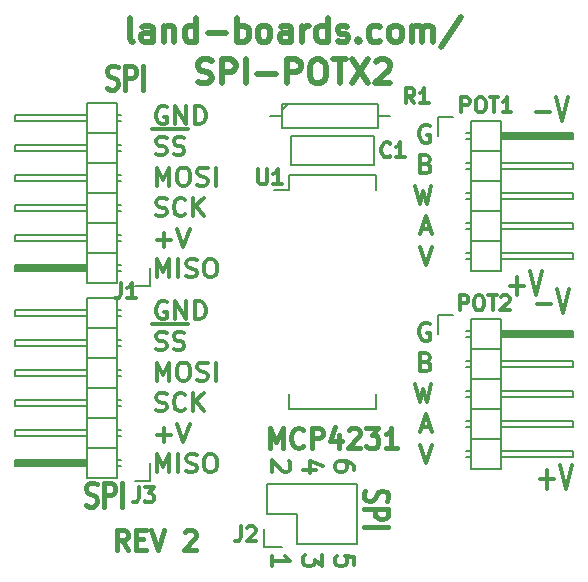
<source format=gto>
%TF.GenerationSoftware,KiCad,Pcbnew,(5.1.10)-1*%
%TF.CreationDate,2022-04-05T12:13:59-04:00*%
%TF.ProjectId,SPI-POTX2,5350492d-504f-4545-9832-2e6b69636164,rev?*%
%TF.SameCoordinates,Original*%
%TF.FileFunction,Legend,Top*%
%TF.FilePolarity,Positive*%
%FSLAX46Y46*%
G04 Gerber Fmt 4.6, Leading zero omitted, Abs format (unit mm)*
G04 Created by KiCad (PCBNEW (5.1.10)-1) date 2022-04-05 12:13:59*
%MOMM*%
%LPD*%
G01*
G04 APERTURE LIST*
%ADD10C,0.304800*%
%ADD11C,0.412750*%
%ADD12C,0.381000*%
%ADD13C,0.476250*%
%ADD14C,0.150000*%
G04 APERTURE END LIST*
D10*
X36380903Y-10820400D02*
X36229713Y-10747828D01*
X36002927Y-10747828D01*
X35776141Y-10820400D01*
X35624951Y-10965542D01*
X35549356Y-11110685D01*
X35473760Y-11400971D01*
X35473760Y-11618685D01*
X35549356Y-11908971D01*
X35624951Y-12054114D01*
X35776141Y-12199257D01*
X36002927Y-12271828D01*
X36154118Y-12271828D01*
X36380903Y-12199257D01*
X36456499Y-12126685D01*
X36456499Y-11618685D01*
X36154118Y-11618685D01*
X36078522Y-14064342D02*
X36305308Y-14136914D01*
X36380903Y-14209485D01*
X36456499Y-14354628D01*
X36456499Y-14572342D01*
X36380903Y-14717485D01*
X36305308Y-14790057D01*
X36154118Y-14862628D01*
X35549356Y-14862628D01*
X35549356Y-13338628D01*
X36078522Y-13338628D01*
X36229713Y-13411200D01*
X36305308Y-13483771D01*
X36380903Y-13628914D01*
X36380903Y-13774057D01*
X36305308Y-13919200D01*
X36229713Y-13991771D01*
X36078522Y-14064342D01*
X35549356Y-14064342D01*
X35171380Y-15929428D02*
X35549356Y-17453428D01*
X35851737Y-16364857D01*
X36154118Y-17453428D01*
X36532094Y-15929428D01*
X35700546Y-19608800D02*
X36456499Y-19608800D01*
X35549356Y-20044228D02*
X36078522Y-18520228D01*
X36607689Y-20044228D01*
X35549356Y-21111028D02*
X36078522Y-22635028D01*
X36607689Y-21111028D01*
D11*
X10849428Y-46720880D02*
X10299095Y-45934690D01*
X9906000Y-46720880D02*
X9906000Y-45069880D01*
X10534952Y-45069880D01*
X10692190Y-45148500D01*
X10770809Y-45227119D01*
X10849428Y-45384357D01*
X10849428Y-45620214D01*
X10770809Y-45777452D01*
X10692190Y-45856071D01*
X10534952Y-45934690D01*
X9906000Y-45934690D01*
X11557000Y-45856071D02*
X12107333Y-45856071D01*
X12343190Y-46720880D02*
X11557000Y-46720880D01*
X11557000Y-45069880D01*
X12343190Y-45069880D01*
X12814904Y-45069880D02*
X13365238Y-46720880D01*
X13915571Y-45069880D01*
X15645190Y-45227119D02*
X15723809Y-45148500D01*
X15881047Y-45069880D01*
X16274142Y-45069880D01*
X16431380Y-45148500D01*
X16509999Y-45227119D01*
X16588619Y-45384357D01*
X16588619Y-45541595D01*
X16509999Y-45777452D01*
X15566571Y-46720880D01*
X16588619Y-46720880D01*
D10*
X36380903Y-27584400D02*
X36229713Y-27511828D01*
X36002927Y-27511828D01*
X35776141Y-27584400D01*
X35624951Y-27729542D01*
X35549356Y-27874685D01*
X35473760Y-28164971D01*
X35473760Y-28382685D01*
X35549356Y-28672971D01*
X35624951Y-28818114D01*
X35776141Y-28963257D01*
X36002927Y-29035828D01*
X36154118Y-29035828D01*
X36380903Y-28963257D01*
X36456499Y-28890685D01*
X36456499Y-28382685D01*
X36154118Y-28382685D01*
X36078522Y-30828342D02*
X36305308Y-30900914D01*
X36380903Y-30973485D01*
X36456499Y-31118628D01*
X36456499Y-31336342D01*
X36380903Y-31481485D01*
X36305308Y-31554057D01*
X36154118Y-31626628D01*
X35549356Y-31626628D01*
X35549356Y-30102628D01*
X36078522Y-30102628D01*
X36229713Y-30175200D01*
X36305308Y-30247771D01*
X36380903Y-30392914D01*
X36380903Y-30538057D01*
X36305308Y-30683200D01*
X36229713Y-30755771D01*
X36078522Y-30828342D01*
X35549356Y-30828342D01*
X35171380Y-32693428D02*
X35549356Y-34217428D01*
X35851737Y-33128857D01*
X36154118Y-34217428D01*
X36532094Y-32693428D01*
X35700546Y-36372800D02*
X36456499Y-36372800D01*
X35549356Y-36808228D02*
X36078522Y-35284228D01*
X36607689Y-36808228D01*
X35549356Y-37875028D02*
X36078522Y-39399028D01*
X36607689Y-37875028D01*
X45756285Y-40785142D02*
X46917428Y-40785142D01*
X46336857Y-41559238D02*
X46336857Y-40011047D01*
X47425428Y-39527238D02*
X47933428Y-41559238D01*
X48441428Y-39527238D01*
X45375285Y-9670142D02*
X46536428Y-9670142D01*
X47044428Y-8412238D02*
X47552428Y-10444238D01*
X48060428Y-8412238D01*
X45502285Y-25926142D02*
X46663428Y-25926142D01*
X47171428Y-24668238D02*
X47679428Y-26700238D01*
X48187428Y-24668238D01*
X43216285Y-24402142D02*
X44377428Y-24402142D01*
X43796857Y-25176238D02*
X43796857Y-23628047D01*
X44885428Y-23144238D02*
X45393428Y-25176238D01*
X45901428Y-23144238D01*
X14107643Y-25781000D02*
X13956453Y-25708428D01*
X13729667Y-25708428D01*
X13502881Y-25781000D01*
X13351691Y-25926142D01*
X13276096Y-26071285D01*
X13200500Y-26361571D01*
X13200500Y-26579285D01*
X13276096Y-26869571D01*
X13351691Y-27014714D01*
X13502881Y-27159857D01*
X13729667Y-27232428D01*
X13880858Y-27232428D01*
X14107643Y-27159857D01*
X14183239Y-27087285D01*
X14183239Y-26579285D01*
X13880858Y-26579285D01*
X14863596Y-27232428D02*
X14863596Y-25708428D01*
X15770739Y-27232428D01*
X15770739Y-25708428D01*
X16526691Y-27232428D02*
X16526691Y-25708428D01*
X16904667Y-25708428D01*
X17131453Y-25781000D01*
X17282643Y-25926142D01*
X17358239Y-26071285D01*
X17433834Y-26361571D01*
X17433834Y-26579285D01*
X17358239Y-26869571D01*
X17282643Y-27014714D01*
X17131453Y-27159857D01*
X16904667Y-27232428D01*
X16526691Y-27232428D01*
X12898120Y-27640280D02*
X14410024Y-27640280D01*
X13200500Y-29750657D02*
X13427286Y-29823228D01*
X13805262Y-29823228D01*
X13956453Y-29750657D01*
X14032048Y-29678085D01*
X14107643Y-29532942D01*
X14107643Y-29387800D01*
X14032048Y-29242657D01*
X13956453Y-29170085D01*
X13805262Y-29097514D01*
X13502881Y-29024942D01*
X13351691Y-28952371D01*
X13276096Y-28879800D01*
X13200500Y-28734657D01*
X13200500Y-28589514D01*
X13276096Y-28444371D01*
X13351691Y-28371800D01*
X13502881Y-28299228D01*
X13880858Y-28299228D01*
X14107643Y-28371800D01*
X14410024Y-27640280D02*
X15921929Y-27640280D01*
X14712405Y-29750657D02*
X14939191Y-29823228D01*
X15317167Y-29823228D01*
X15468358Y-29750657D01*
X15543953Y-29678085D01*
X15619548Y-29532942D01*
X15619548Y-29387800D01*
X15543953Y-29242657D01*
X15468358Y-29170085D01*
X15317167Y-29097514D01*
X15014786Y-29024942D01*
X14863596Y-28952371D01*
X14788000Y-28879800D01*
X14712405Y-28734657D01*
X14712405Y-28589514D01*
X14788000Y-28444371D01*
X14863596Y-28371800D01*
X15014786Y-28299228D01*
X15392762Y-28299228D01*
X15619548Y-28371800D01*
X13276096Y-32414028D02*
X13276096Y-30890028D01*
X13805262Y-31978600D01*
X14334429Y-30890028D01*
X14334429Y-32414028D01*
X15392762Y-30890028D02*
X15695143Y-30890028D01*
X15846334Y-30962600D01*
X15997524Y-31107742D01*
X16073120Y-31398028D01*
X16073120Y-31906028D01*
X15997524Y-32196314D01*
X15846334Y-32341457D01*
X15695143Y-32414028D01*
X15392762Y-32414028D01*
X15241572Y-32341457D01*
X15090381Y-32196314D01*
X15014786Y-31906028D01*
X15014786Y-31398028D01*
X15090381Y-31107742D01*
X15241572Y-30962600D01*
X15392762Y-30890028D01*
X16677881Y-32341457D02*
X16904667Y-32414028D01*
X17282643Y-32414028D01*
X17433834Y-32341457D01*
X17509429Y-32268885D01*
X17585024Y-32123742D01*
X17585024Y-31978600D01*
X17509429Y-31833457D01*
X17433834Y-31760885D01*
X17282643Y-31688314D01*
X16980262Y-31615742D01*
X16829072Y-31543171D01*
X16753477Y-31470600D01*
X16677881Y-31325457D01*
X16677881Y-31180314D01*
X16753477Y-31035171D01*
X16829072Y-30962600D01*
X16980262Y-30890028D01*
X17358239Y-30890028D01*
X17585024Y-30962600D01*
X18265381Y-32414028D02*
X18265381Y-30890028D01*
X13200500Y-34932257D02*
X13427286Y-35004828D01*
X13805262Y-35004828D01*
X13956453Y-34932257D01*
X14032048Y-34859685D01*
X14107643Y-34714542D01*
X14107643Y-34569400D01*
X14032048Y-34424257D01*
X13956453Y-34351685D01*
X13805262Y-34279114D01*
X13502881Y-34206542D01*
X13351691Y-34133971D01*
X13276096Y-34061400D01*
X13200500Y-33916257D01*
X13200500Y-33771114D01*
X13276096Y-33625971D01*
X13351691Y-33553400D01*
X13502881Y-33480828D01*
X13880858Y-33480828D01*
X14107643Y-33553400D01*
X15695143Y-34859685D02*
X15619548Y-34932257D01*
X15392762Y-35004828D01*
X15241572Y-35004828D01*
X15014786Y-34932257D01*
X14863596Y-34787114D01*
X14788000Y-34641971D01*
X14712405Y-34351685D01*
X14712405Y-34133971D01*
X14788000Y-33843685D01*
X14863596Y-33698542D01*
X15014786Y-33553400D01*
X15241572Y-33480828D01*
X15392762Y-33480828D01*
X15619548Y-33553400D01*
X15695143Y-33625971D01*
X16375500Y-35004828D02*
X16375500Y-33480828D01*
X17282643Y-35004828D02*
X16602286Y-34133971D01*
X17282643Y-33480828D02*
X16375500Y-34351685D01*
X13276096Y-37015057D02*
X14485620Y-37015057D01*
X13880858Y-37595628D02*
X13880858Y-36434485D01*
X15014786Y-36071628D02*
X15543953Y-37595628D01*
X16073120Y-36071628D01*
X13276096Y-40186428D02*
X13276096Y-38662428D01*
X13805262Y-39751000D01*
X14334429Y-38662428D01*
X14334429Y-40186428D01*
X15090381Y-40186428D02*
X15090381Y-38662428D01*
X15770739Y-40113857D02*
X15997524Y-40186428D01*
X16375500Y-40186428D01*
X16526691Y-40113857D01*
X16602286Y-40041285D01*
X16677881Y-39896142D01*
X16677881Y-39751000D01*
X16602286Y-39605857D01*
X16526691Y-39533285D01*
X16375500Y-39460714D01*
X16073120Y-39388142D01*
X15921929Y-39315571D01*
X15846334Y-39243000D01*
X15770739Y-39097857D01*
X15770739Y-38952714D01*
X15846334Y-38807571D01*
X15921929Y-38735000D01*
X16073120Y-38662428D01*
X16451096Y-38662428D01*
X16677881Y-38735000D01*
X17660620Y-38662428D02*
X17963000Y-38662428D01*
X18114191Y-38735000D01*
X18265381Y-38880142D01*
X18340977Y-39170428D01*
X18340977Y-39678428D01*
X18265381Y-39968714D01*
X18114191Y-40113857D01*
X17963000Y-40186428D01*
X17660620Y-40186428D01*
X17509429Y-40113857D01*
X17358239Y-39968714D01*
X17282643Y-39678428D01*
X17282643Y-39170428D01*
X17358239Y-38880142D01*
X17509429Y-38735000D01*
X17660620Y-38662428D01*
D12*
X7329714Y-42986476D02*
X7547428Y-43083238D01*
X7910285Y-43083238D01*
X8055428Y-42986476D01*
X8128000Y-42889714D01*
X8200571Y-42696190D01*
X8200571Y-42502666D01*
X8128000Y-42309142D01*
X8055428Y-42212380D01*
X7910285Y-42115619D01*
X7620000Y-42018857D01*
X7474857Y-41922095D01*
X7402285Y-41825333D01*
X7329714Y-41631809D01*
X7329714Y-41438285D01*
X7402285Y-41244761D01*
X7474857Y-41148000D01*
X7620000Y-41051238D01*
X7982857Y-41051238D01*
X8200571Y-41148000D01*
X8853714Y-43083238D02*
X8853714Y-41051238D01*
X9434285Y-41051238D01*
X9579428Y-41148000D01*
X9652000Y-41244761D01*
X9724571Y-41438285D01*
X9724571Y-41728571D01*
X9652000Y-41922095D01*
X9579428Y-42018857D01*
X9434285Y-42115619D01*
X8853714Y-42115619D01*
X10377714Y-43083238D02*
X10377714Y-41051238D01*
X30927523Y-41746714D02*
X30830761Y-41964428D01*
X30830761Y-42327285D01*
X30927523Y-42472428D01*
X31024285Y-42545000D01*
X31217809Y-42617571D01*
X31411333Y-42617571D01*
X31604857Y-42545000D01*
X31701619Y-42472428D01*
X31798380Y-42327285D01*
X31895142Y-42037000D01*
X31991904Y-41891857D01*
X32088666Y-41819285D01*
X32282190Y-41746714D01*
X32475714Y-41746714D01*
X32669238Y-41819285D01*
X32766000Y-41891857D01*
X32862761Y-42037000D01*
X32862761Y-42399857D01*
X32766000Y-42617571D01*
X30830761Y-43270714D02*
X32862761Y-43270714D01*
X32862761Y-43851285D01*
X32766000Y-43996428D01*
X32669238Y-44069000D01*
X32475714Y-44141571D01*
X32185428Y-44141571D01*
X31991904Y-44069000D01*
X31895142Y-43996428D01*
X31798380Y-43851285D01*
X31798380Y-43270714D01*
X30830761Y-44794714D02*
X32862761Y-44794714D01*
D10*
X29971395Y-39988308D02*
X29971395Y-39685927D01*
X29895800Y-39534737D01*
X29820204Y-39459141D01*
X29593419Y-39307951D01*
X29291038Y-39232356D01*
X28686276Y-39232356D01*
X28535085Y-39307951D01*
X28459490Y-39383546D01*
X28383895Y-39534737D01*
X28383895Y-39837118D01*
X28459490Y-39988308D01*
X28535085Y-40063903D01*
X28686276Y-40139499D01*
X29064252Y-40139499D01*
X29215442Y-40063903D01*
X29291038Y-39988308D01*
X29366633Y-39837118D01*
X29366633Y-39534737D01*
X29291038Y-39383546D01*
X29215442Y-39307951D01*
X29064252Y-39232356D01*
X26756178Y-39988308D02*
X25697845Y-39988308D01*
X27360940Y-39610332D02*
X26227011Y-39232356D01*
X26227011Y-40215094D01*
X24448104Y-39232356D02*
X24523700Y-39307951D01*
X24599295Y-39459141D01*
X24599295Y-39837118D01*
X24523700Y-39988308D01*
X24448104Y-40063903D01*
X24296914Y-40139499D01*
X24145723Y-40139499D01*
X23918938Y-40063903D01*
X23011795Y-39156760D01*
X23011795Y-40139499D01*
X29971395Y-48068048D02*
X29971395Y-47312096D01*
X29215442Y-47236500D01*
X29291038Y-47312096D01*
X29366633Y-47463286D01*
X29366633Y-47841262D01*
X29291038Y-47992453D01*
X29215442Y-48068048D01*
X29064252Y-48143643D01*
X28686276Y-48143643D01*
X28535085Y-48068048D01*
X28459490Y-47992453D01*
X28383895Y-47841262D01*
X28383895Y-47463286D01*
X28459490Y-47312096D01*
X28535085Y-47236500D01*
X27285345Y-47160905D02*
X27285345Y-48143643D01*
X26680583Y-47614477D01*
X26680583Y-47841262D01*
X26604988Y-47992453D01*
X26529392Y-48068048D01*
X26378202Y-48143643D01*
X26000226Y-48143643D01*
X25849035Y-48068048D01*
X25773440Y-47992453D01*
X25697845Y-47841262D01*
X25697845Y-47387691D01*
X25773440Y-47236500D01*
X25849035Y-47160905D01*
X23011795Y-48143643D02*
X23011795Y-47236500D01*
X23011795Y-47690072D02*
X24599295Y-47690072D01*
X24372509Y-47538881D01*
X24221319Y-47387691D01*
X24145723Y-47236500D01*
X14107643Y-9271000D02*
X13956453Y-9198428D01*
X13729667Y-9198428D01*
X13502881Y-9271000D01*
X13351691Y-9416142D01*
X13276096Y-9561285D01*
X13200500Y-9851571D01*
X13200500Y-10069285D01*
X13276096Y-10359571D01*
X13351691Y-10504714D01*
X13502881Y-10649857D01*
X13729667Y-10722428D01*
X13880858Y-10722428D01*
X14107643Y-10649857D01*
X14183239Y-10577285D01*
X14183239Y-10069285D01*
X13880858Y-10069285D01*
X14863596Y-10722428D02*
X14863596Y-9198428D01*
X15770739Y-10722428D01*
X15770739Y-9198428D01*
X16526691Y-10722428D02*
X16526691Y-9198428D01*
X16904667Y-9198428D01*
X17131453Y-9271000D01*
X17282643Y-9416142D01*
X17358239Y-9561285D01*
X17433834Y-9851571D01*
X17433834Y-10069285D01*
X17358239Y-10359571D01*
X17282643Y-10504714D01*
X17131453Y-10649857D01*
X16904667Y-10722428D01*
X16526691Y-10722428D01*
X12898120Y-11130280D02*
X14410024Y-11130280D01*
X13200500Y-13240657D02*
X13427286Y-13313228D01*
X13805262Y-13313228D01*
X13956453Y-13240657D01*
X14032048Y-13168085D01*
X14107643Y-13022942D01*
X14107643Y-12877800D01*
X14032048Y-12732657D01*
X13956453Y-12660085D01*
X13805262Y-12587514D01*
X13502881Y-12514942D01*
X13351691Y-12442371D01*
X13276096Y-12369800D01*
X13200500Y-12224657D01*
X13200500Y-12079514D01*
X13276096Y-11934371D01*
X13351691Y-11861800D01*
X13502881Y-11789228D01*
X13880858Y-11789228D01*
X14107643Y-11861800D01*
X14410024Y-11130280D02*
X15921929Y-11130280D01*
X14712405Y-13240657D02*
X14939191Y-13313228D01*
X15317167Y-13313228D01*
X15468358Y-13240657D01*
X15543953Y-13168085D01*
X15619548Y-13022942D01*
X15619548Y-12877800D01*
X15543953Y-12732657D01*
X15468358Y-12660085D01*
X15317167Y-12587514D01*
X15014786Y-12514942D01*
X14863596Y-12442371D01*
X14788000Y-12369800D01*
X14712405Y-12224657D01*
X14712405Y-12079514D01*
X14788000Y-11934371D01*
X14863596Y-11861800D01*
X15014786Y-11789228D01*
X15392762Y-11789228D01*
X15619548Y-11861800D01*
X13276096Y-15904028D02*
X13276096Y-14380028D01*
X13805262Y-15468600D01*
X14334429Y-14380028D01*
X14334429Y-15904028D01*
X15392762Y-14380028D02*
X15695143Y-14380028D01*
X15846334Y-14452600D01*
X15997524Y-14597742D01*
X16073120Y-14888028D01*
X16073120Y-15396028D01*
X15997524Y-15686314D01*
X15846334Y-15831457D01*
X15695143Y-15904028D01*
X15392762Y-15904028D01*
X15241572Y-15831457D01*
X15090381Y-15686314D01*
X15014786Y-15396028D01*
X15014786Y-14888028D01*
X15090381Y-14597742D01*
X15241572Y-14452600D01*
X15392762Y-14380028D01*
X16677881Y-15831457D02*
X16904667Y-15904028D01*
X17282643Y-15904028D01*
X17433834Y-15831457D01*
X17509429Y-15758885D01*
X17585024Y-15613742D01*
X17585024Y-15468600D01*
X17509429Y-15323457D01*
X17433834Y-15250885D01*
X17282643Y-15178314D01*
X16980262Y-15105742D01*
X16829072Y-15033171D01*
X16753477Y-14960600D01*
X16677881Y-14815457D01*
X16677881Y-14670314D01*
X16753477Y-14525171D01*
X16829072Y-14452600D01*
X16980262Y-14380028D01*
X17358239Y-14380028D01*
X17585024Y-14452600D01*
X18265381Y-15904028D02*
X18265381Y-14380028D01*
X13200500Y-18422257D02*
X13427286Y-18494828D01*
X13805262Y-18494828D01*
X13956453Y-18422257D01*
X14032048Y-18349685D01*
X14107643Y-18204542D01*
X14107643Y-18059400D01*
X14032048Y-17914257D01*
X13956453Y-17841685D01*
X13805262Y-17769114D01*
X13502881Y-17696542D01*
X13351691Y-17623971D01*
X13276096Y-17551400D01*
X13200500Y-17406257D01*
X13200500Y-17261114D01*
X13276096Y-17115971D01*
X13351691Y-17043400D01*
X13502881Y-16970828D01*
X13880858Y-16970828D01*
X14107643Y-17043400D01*
X15695143Y-18349685D02*
X15619548Y-18422257D01*
X15392762Y-18494828D01*
X15241572Y-18494828D01*
X15014786Y-18422257D01*
X14863596Y-18277114D01*
X14788000Y-18131971D01*
X14712405Y-17841685D01*
X14712405Y-17623971D01*
X14788000Y-17333685D01*
X14863596Y-17188542D01*
X15014786Y-17043400D01*
X15241572Y-16970828D01*
X15392762Y-16970828D01*
X15619548Y-17043400D01*
X15695143Y-17115971D01*
X16375500Y-18494828D02*
X16375500Y-16970828D01*
X17282643Y-18494828D02*
X16602286Y-17623971D01*
X17282643Y-16970828D02*
X16375500Y-17841685D01*
X13276096Y-20505057D02*
X14485620Y-20505057D01*
X13880858Y-21085628D02*
X13880858Y-19924485D01*
X15014786Y-19561628D02*
X15543953Y-21085628D01*
X16073120Y-19561628D01*
X13276096Y-23676428D02*
X13276096Y-22152428D01*
X13805262Y-23241000D01*
X14334429Y-22152428D01*
X14334429Y-23676428D01*
X15090381Y-23676428D02*
X15090381Y-22152428D01*
X15770739Y-23603857D02*
X15997524Y-23676428D01*
X16375500Y-23676428D01*
X16526691Y-23603857D01*
X16602286Y-23531285D01*
X16677881Y-23386142D01*
X16677881Y-23241000D01*
X16602286Y-23095857D01*
X16526691Y-23023285D01*
X16375500Y-22950714D01*
X16073120Y-22878142D01*
X15921929Y-22805571D01*
X15846334Y-22733000D01*
X15770739Y-22587857D01*
X15770739Y-22442714D01*
X15846334Y-22297571D01*
X15921929Y-22225000D01*
X16073120Y-22152428D01*
X16451096Y-22152428D01*
X16677881Y-22225000D01*
X17660620Y-22152428D02*
X17963000Y-22152428D01*
X18114191Y-22225000D01*
X18265381Y-22370142D01*
X18340977Y-22660428D01*
X18340977Y-23168428D01*
X18265381Y-23458714D01*
X18114191Y-23603857D01*
X17963000Y-23676428D01*
X17660620Y-23676428D01*
X17509429Y-23603857D01*
X17358239Y-23458714D01*
X17282643Y-23168428D01*
X17282643Y-22660428D01*
X17358239Y-22370142D01*
X17509429Y-22225000D01*
X17660620Y-22152428D01*
D13*
X11296952Y-3729113D02*
X11103428Y-3632351D01*
X11006666Y-3438827D01*
X11006666Y-1697113D01*
X12941904Y-3729113D02*
X12941904Y-2664732D01*
X12845142Y-2471208D01*
X12651619Y-2374446D01*
X12264571Y-2374446D01*
X12071047Y-2471208D01*
X12941904Y-3632351D02*
X12748380Y-3729113D01*
X12264571Y-3729113D01*
X12071047Y-3632351D01*
X11974285Y-3438827D01*
X11974285Y-3245303D01*
X12071047Y-3051779D01*
X12264571Y-2955017D01*
X12748380Y-2955017D01*
X12941904Y-2858255D01*
X13909523Y-2374446D02*
X13909523Y-3729113D01*
X13909523Y-2567970D02*
X14006285Y-2471208D01*
X14199809Y-2374446D01*
X14490095Y-2374446D01*
X14683619Y-2471208D01*
X14780380Y-2664732D01*
X14780380Y-3729113D01*
X16618857Y-3729113D02*
X16618857Y-1697113D01*
X16618857Y-3632351D02*
X16425333Y-3729113D01*
X16038285Y-3729113D01*
X15844761Y-3632351D01*
X15747999Y-3535589D01*
X15651238Y-3342065D01*
X15651238Y-2761494D01*
X15747999Y-2567970D01*
X15844761Y-2471208D01*
X16038285Y-2374446D01*
X16425333Y-2374446D01*
X16618857Y-2471208D01*
X17586476Y-2955017D02*
X19134666Y-2955017D01*
X20102285Y-3729113D02*
X20102285Y-1697113D01*
X20102285Y-2471208D02*
X20295809Y-2374446D01*
X20682857Y-2374446D01*
X20876380Y-2471208D01*
X20973142Y-2567970D01*
X21069904Y-2761494D01*
X21069904Y-3342065D01*
X20973142Y-3535589D01*
X20876380Y-3632351D01*
X20682857Y-3729113D01*
X20295809Y-3729113D01*
X20102285Y-3632351D01*
X22231047Y-3729113D02*
X22037523Y-3632351D01*
X21940761Y-3535589D01*
X21843999Y-3342065D01*
X21843999Y-2761494D01*
X21940761Y-2567970D01*
X22037523Y-2471208D01*
X22231047Y-2374446D01*
X22521333Y-2374446D01*
X22714857Y-2471208D01*
X22811619Y-2567970D01*
X22908380Y-2761494D01*
X22908380Y-3342065D01*
X22811619Y-3535589D01*
X22714857Y-3632351D01*
X22521333Y-3729113D01*
X22231047Y-3729113D01*
X24650095Y-3729113D02*
X24650095Y-2664732D01*
X24553333Y-2471208D01*
X24359809Y-2374446D01*
X23972761Y-2374446D01*
X23779238Y-2471208D01*
X24650095Y-3632351D02*
X24456571Y-3729113D01*
X23972761Y-3729113D01*
X23779238Y-3632351D01*
X23682476Y-3438827D01*
X23682476Y-3245303D01*
X23779238Y-3051779D01*
X23972761Y-2955017D01*
X24456571Y-2955017D01*
X24650095Y-2858255D01*
X25617714Y-3729113D02*
X25617714Y-2374446D01*
X25617714Y-2761494D02*
X25714476Y-2567970D01*
X25811238Y-2471208D01*
X26004761Y-2374446D01*
X26198285Y-2374446D01*
X27746476Y-3729113D02*
X27746476Y-1697113D01*
X27746476Y-3632351D02*
X27552952Y-3729113D01*
X27165904Y-3729113D01*
X26972380Y-3632351D01*
X26875619Y-3535589D01*
X26778857Y-3342065D01*
X26778857Y-2761494D01*
X26875619Y-2567970D01*
X26972380Y-2471208D01*
X27165904Y-2374446D01*
X27552952Y-2374446D01*
X27746476Y-2471208D01*
X28617333Y-3632351D02*
X28810857Y-3729113D01*
X29197904Y-3729113D01*
X29391428Y-3632351D01*
X29488190Y-3438827D01*
X29488190Y-3342065D01*
X29391428Y-3148541D01*
X29197904Y-3051779D01*
X28907619Y-3051779D01*
X28714095Y-2955017D01*
X28617333Y-2761494D01*
X28617333Y-2664732D01*
X28714095Y-2471208D01*
X28907619Y-2374446D01*
X29197904Y-2374446D01*
X29391428Y-2471208D01*
X30359047Y-3535589D02*
X30455809Y-3632351D01*
X30359047Y-3729113D01*
X30262285Y-3632351D01*
X30359047Y-3535589D01*
X30359047Y-3729113D01*
X32197523Y-3632351D02*
X32003999Y-3729113D01*
X31616952Y-3729113D01*
X31423428Y-3632351D01*
X31326666Y-3535589D01*
X31229904Y-3342065D01*
X31229904Y-2761494D01*
X31326666Y-2567970D01*
X31423428Y-2471208D01*
X31616952Y-2374446D01*
X32003999Y-2374446D01*
X32197523Y-2471208D01*
X33358666Y-3729113D02*
X33165142Y-3632351D01*
X33068380Y-3535589D01*
X32971619Y-3342065D01*
X32971619Y-2761494D01*
X33068380Y-2567970D01*
X33165142Y-2471208D01*
X33358666Y-2374446D01*
X33648952Y-2374446D01*
X33842476Y-2471208D01*
X33939238Y-2567970D01*
X34035999Y-2761494D01*
X34035999Y-3342065D01*
X33939238Y-3535589D01*
X33842476Y-3632351D01*
X33648952Y-3729113D01*
X33358666Y-3729113D01*
X34906857Y-3729113D02*
X34906857Y-2374446D01*
X34906857Y-2567970D02*
X35003619Y-2471208D01*
X35197142Y-2374446D01*
X35487428Y-2374446D01*
X35680952Y-2471208D01*
X35777714Y-2664732D01*
X35777714Y-3729113D01*
X35777714Y-2664732D02*
X35874476Y-2471208D01*
X36067999Y-2374446D01*
X36358285Y-2374446D01*
X36551809Y-2471208D01*
X36648571Y-2664732D01*
X36648571Y-3729113D01*
X39067619Y-1600351D02*
X37325904Y-4212922D01*
X16764000Y-7156601D02*
X17054285Y-7253363D01*
X17538095Y-7253363D01*
X17731619Y-7156601D01*
X17828380Y-7059839D01*
X17925142Y-6866315D01*
X17925142Y-6672791D01*
X17828380Y-6479267D01*
X17731619Y-6382505D01*
X17538095Y-6285744D01*
X17151047Y-6188982D01*
X16957523Y-6092220D01*
X16860761Y-5995458D01*
X16764000Y-5801934D01*
X16764000Y-5608410D01*
X16860761Y-5414886D01*
X16957523Y-5318125D01*
X17151047Y-5221363D01*
X17634857Y-5221363D01*
X17925142Y-5318125D01*
X18796000Y-7253363D02*
X18796000Y-5221363D01*
X19570095Y-5221363D01*
X19763619Y-5318125D01*
X19860380Y-5414886D01*
X19957142Y-5608410D01*
X19957142Y-5898696D01*
X19860380Y-6092220D01*
X19763619Y-6188982D01*
X19570095Y-6285744D01*
X18796000Y-6285744D01*
X20828000Y-7253363D02*
X20828000Y-5221363D01*
X21795619Y-6479267D02*
X23343809Y-6479267D01*
X24311428Y-7253363D02*
X24311428Y-5221363D01*
X25085523Y-5221363D01*
X25279047Y-5318125D01*
X25375809Y-5414886D01*
X25472571Y-5608410D01*
X25472571Y-5898696D01*
X25375809Y-6092220D01*
X25279047Y-6188982D01*
X25085523Y-6285744D01*
X24311428Y-6285744D01*
X26730476Y-5221363D02*
X27117523Y-5221363D01*
X27311047Y-5318125D01*
X27504571Y-5511648D01*
X27601333Y-5898696D01*
X27601333Y-6576029D01*
X27504571Y-6963077D01*
X27311047Y-7156601D01*
X27117523Y-7253363D01*
X26730476Y-7253363D01*
X26536952Y-7156601D01*
X26343428Y-6963077D01*
X26246666Y-6576029D01*
X26246666Y-5898696D01*
X26343428Y-5511648D01*
X26536952Y-5318125D01*
X26730476Y-5221363D01*
X28181904Y-5221363D02*
X29343047Y-5221363D01*
X28762476Y-7253363D02*
X28762476Y-5221363D01*
X29826857Y-5221363D02*
X31181523Y-7253363D01*
X31181523Y-5221363D02*
X29826857Y-7253363D01*
X31858857Y-5414886D02*
X31955619Y-5318125D01*
X32149142Y-5221363D01*
X32632952Y-5221363D01*
X32826476Y-5318125D01*
X32923238Y-5414886D01*
X33020000Y-5608410D01*
X33020000Y-5801934D01*
X32923238Y-6092220D01*
X31762095Y-7253363D01*
X33020000Y-7253363D01*
D11*
X22847904Y-38084880D02*
X22847904Y-36433880D01*
X23398238Y-37613166D01*
X23948571Y-36433880D01*
X23948571Y-38084880D01*
X25678190Y-37927642D02*
X25599571Y-38006261D01*
X25363714Y-38084880D01*
X25206476Y-38084880D01*
X24970619Y-38006261D01*
X24813380Y-37849023D01*
X24734761Y-37691785D01*
X24656142Y-37377309D01*
X24656142Y-37141452D01*
X24734761Y-36826976D01*
X24813380Y-36669738D01*
X24970619Y-36512500D01*
X25206476Y-36433880D01*
X25363714Y-36433880D01*
X25599571Y-36512500D01*
X25678190Y-36591119D01*
X26385761Y-38084880D02*
X26385761Y-36433880D01*
X27014714Y-36433880D01*
X27171952Y-36512500D01*
X27250571Y-36591119D01*
X27329190Y-36748357D01*
X27329190Y-36984214D01*
X27250571Y-37141452D01*
X27171952Y-37220071D01*
X27014714Y-37298690D01*
X26385761Y-37298690D01*
X28744333Y-36984214D02*
X28744333Y-38084880D01*
X28351238Y-36355261D02*
X27958142Y-37534547D01*
X28980190Y-37534547D01*
X29530523Y-36591119D02*
X29609142Y-36512500D01*
X29766380Y-36433880D01*
X30159476Y-36433880D01*
X30316714Y-36512500D01*
X30395333Y-36591119D01*
X30473952Y-36748357D01*
X30473952Y-36905595D01*
X30395333Y-37141452D01*
X29451904Y-38084880D01*
X30473952Y-38084880D01*
X31024285Y-36433880D02*
X32046333Y-36433880D01*
X31496000Y-37062833D01*
X31731857Y-37062833D01*
X31889095Y-37141452D01*
X31967714Y-37220071D01*
X32046333Y-37377309D01*
X32046333Y-37770404D01*
X31967714Y-37927642D01*
X31889095Y-38006261D01*
X31731857Y-38084880D01*
X31260142Y-38084880D01*
X31102904Y-38006261D01*
X31024285Y-37927642D01*
X33618714Y-38084880D02*
X32675285Y-38084880D01*
X33147000Y-38084880D02*
X33147000Y-36433880D01*
X32989761Y-36669738D01*
X32832523Y-36826976D01*
X32675285Y-36905595D01*
D12*
X9107714Y-7680476D02*
X9325428Y-7777238D01*
X9688285Y-7777238D01*
X9833428Y-7680476D01*
X9906000Y-7583714D01*
X9978571Y-7390190D01*
X9978571Y-7196666D01*
X9906000Y-7003142D01*
X9833428Y-6906380D01*
X9688285Y-6809619D01*
X9398000Y-6712857D01*
X9252857Y-6616095D01*
X9180285Y-6519333D01*
X9107714Y-6325809D01*
X9107714Y-6132285D01*
X9180285Y-5938761D01*
X9252857Y-5842000D01*
X9398000Y-5745238D01*
X9760857Y-5745238D01*
X9978571Y-5842000D01*
X10631714Y-7777238D02*
X10631714Y-5745238D01*
X11212285Y-5745238D01*
X11357428Y-5842000D01*
X11430000Y-5938761D01*
X11502571Y-6132285D01*
X11502571Y-6422571D01*
X11430000Y-6616095D01*
X11357428Y-6712857D01*
X11212285Y-6809619D01*
X10631714Y-6809619D01*
X12155714Y-7777238D02*
X12155714Y-5745238D01*
D14*
%TO.C,J1*%
X9906000Y-19050000D02*
X7366000Y-19050000D01*
X9906000Y-19050000D02*
X9906000Y-16510000D01*
X9906000Y-16510000D02*
X7366000Y-16510000D01*
X7366000Y-18034000D02*
X1270000Y-18034000D01*
X1270000Y-18034000D02*
X1270000Y-17526000D01*
X1270000Y-17526000D02*
X7366000Y-17526000D01*
X7366000Y-16510000D02*
X7366000Y-19050000D01*
X7366000Y-13970000D02*
X7366000Y-16510000D01*
X1270000Y-14986000D02*
X7366000Y-14986000D01*
X1270000Y-15494000D02*
X1270000Y-14986000D01*
X7366000Y-15494000D02*
X1270000Y-15494000D01*
X9906000Y-13970000D02*
X7366000Y-13970000D01*
X9906000Y-16510000D02*
X9906000Y-13970000D01*
X9906000Y-16510000D02*
X7366000Y-16510000D01*
X9906000Y-11430000D02*
X7366000Y-11430000D01*
X9906000Y-11430000D02*
X9906000Y-8890000D01*
X9906000Y-8890000D02*
X7366000Y-8890000D01*
X7366000Y-10414000D02*
X1270000Y-10414000D01*
X1270000Y-10414000D02*
X1270000Y-9906000D01*
X1270000Y-9906000D02*
X7366000Y-9906000D01*
X7366000Y-8890000D02*
X7366000Y-11430000D01*
X7366000Y-11430000D02*
X7366000Y-13970000D01*
X1270000Y-12446000D02*
X7366000Y-12446000D01*
X1270000Y-12954000D02*
X1270000Y-12446000D01*
X7366000Y-12954000D02*
X1270000Y-12954000D01*
X9906000Y-11430000D02*
X7366000Y-11430000D01*
X9906000Y-13970000D02*
X9906000Y-11430000D01*
X9906000Y-13970000D02*
X7366000Y-13970000D01*
X9906000Y-24130000D02*
X9906000Y-21590000D01*
X9906000Y-21590000D02*
X7366000Y-21590000D01*
X7366000Y-23114000D02*
X1270000Y-23114000D01*
X1270000Y-23114000D02*
X1270000Y-22606000D01*
X1270000Y-22606000D02*
X7366000Y-22606000D01*
X7366000Y-21590000D02*
X7366000Y-24130000D01*
X7366000Y-19050000D02*
X7366000Y-21590000D01*
X1270000Y-20066000D02*
X7366000Y-20066000D01*
X1270000Y-20574000D02*
X1270000Y-20066000D01*
X7366000Y-20574000D02*
X1270000Y-20574000D01*
X9906000Y-19050000D02*
X7366000Y-19050000D01*
X9906000Y-21590000D02*
X9906000Y-19050000D01*
X9906000Y-21590000D02*
X7366000Y-21590000D01*
X9906000Y-24130000D02*
X7366000Y-24130000D01*
X9906000Y-15494000D02*
X10287000Y-15494000D01*
X9906000Y-14986000D02*
X10287000Y-14986000D01*
X9906000Y-12954000D02*
X10287000Y-12954000D01*
X9906000Y-12446000D02*
X10287000Y-12446000D01*
X9906000Y-10414000D02*
X10287000Y-10414000D01*
X9906000Y-9906000D02*
X10287000Y-9906000D01*
X9906000Y-17526000D02*
X10287000Y-17526000D01*
X9906000Y-18034000D02*
X10287000Y-18034000D01*
X9906000Y-20066000D02*
X10287000Y-20066000D01*
X9906000Y-20574000D02*
X10287000Y-20574000D01*
X9906000Y-22606000D02*
X10287000Y-22606000D01*
X9906000Y-23114000D02*
X10287000Y-23114000D01*
X7239000Y-22860000D02*
X1397000Y-22860000D01*
X7239000Y-22733000D02*
X7239000Y-22860000D01*
X1397000Y-22733000D02*
X7239000Y-22733000D01*
X1397000Y-22987000D02*
X1397000Y-22733000D01*
X7239000Y-22987000D02*
X1397000Y-22987000D01*
X11430000Y-24410000D02*
X12730000Y-24410000D01*
X12730000Y-24410000D02*
X12730000Y-22860000D01*
%TO.C,J2*%
X25146000Y-41148000D02*
X22606000Y-41148000D01*
X22606000Y-41148000D02*
X22606000Y-43688000D01*
X22326000Y-46508000D02*
X23876000Y-46508000D01*
X30226000Y-41148000D02*
X25146000Y-41148000D01*
X30226000Y-46228000D02*
X30226000Y-41148000D01*
X25146000Y-43688000D02*
X25146000Y-46228000D01*
X22606000Y-43688000D02*
X25146000Y-43688000D01*
X22326000Y-46508000D02*
X22326000Y-44958000D01*
X25146000Y-46228000D02*
X30226000Y-46228000D01*
%TO.C,J3*%
X9906000Y-35560000D02*
X7366000Y-35560000D01*
X9906000Y-35560000D02*
X9906000Y-33020000D01*
X9906000Y-33020000D02*
X7366000Y-33020000D01*
X7366000Y-34544000D02*
X1270000Y-34544000D01*
X1270000Y-34544000D02*
X1270000Y-34036000D01*
X1270000Y-34036000D02*
X7366000Y-34036000D01*
X7366000Y-33020000D02*
X7366000Y-35560000D01*
X7366000Y-30480000D02*
X7366000Y-33020000D01*
X1270000Y-31496000D02*
X7366000Y-31496000D01*
X1270000Y-32004000D02*
X1270000Y-31496000D01*
X7366000Y-32004000D02*
X1270000Y-32004000D01*
X9906000Y-30480000D02*
X7366000Y-30480000D01*
X9906000Y-33020000D02*
X9906000Y-30480000D01*
X9906000Y-33020000D02*
X7366000Y-33020000D01*
X9906000Y-27940000D02*
X7366000Y-27940000D01*
X9906000Y-27940000D02*
X9906000Y-25400000D01*
X9906000Y-25400000D02*
X7366000Y-25400000D01*
X7366000Y-26924000D02*
X1270000Y-26924000D01*
X1270000Y-26924000D02*
X1270000Y-26416000D01*
X1270000Y-26416000D02*
X7366000Y-26416000D01*
X7366000Y-25400000D02*
X7366000Y-27940000D01*
X7366000Y-27940000D02*
X7366000Y-30480000D01*
X1270000Y-28956000D02*
X7366000Y-28956000D01*
X1270000Y-29464000D02*
X1270000Y-28956000D01*
X7366000Y-29464000D02*
X1270000Y-29464000D01*
X9906000Y-27940000D02*
X7366000Y-27940000D01*
X9906000Y-30480000D02*
X9906000Y-27940000D01*
X9906000Y-30480000D02*
X7366000Y-30480000D01*
X9906000Y-40640000D02*
X9906000Y-38100000D01*
X9906000Y-38100000D02*
X7366000Y-38100000D01*
X7366000Y-39624000D02*
X1270000Y-39624000D01*
X1270000Y-39624000D02*
X1270000Y-39116000D01*
X1270000Y-39116000D02*
X7366000Y-39116000D01*
X7366000Y-38100000D02*
X7366000Y-40640000D01*
X7366000Y-35560000D02*
X7366000Y-38100000D01*
X1270000Y-36576000D02*
X7366000Y-36576000D01*
X1270000Y-37084000D02*
X1270000Y-36576000D01*
X7366000Y-37084000D02*
X1270000Y-37084000D01*
X9906000Y-35560000D02*
X7366000Y-35560000D01*
X9906000Y-38100000D02*
X9906000Y-35560000D01*
X9906000Y-38100000D02*
X7366000Y-38100000D01*
X9906000Y-40640000D02*
X7366000Y-40640000D01*
X9906000Y-32004000D02*
X10287000Y-32004000D01*
X9906000Y-31496000D02*
X10287000Y-31496000D01*
X9906000Y-29464000D02*
X10287000Y-29464000D01*
X9906000Y-28956000D02*
X10287000Y-28956000D01*
X9906000Y-26924000D02*
X10287000Y-26924000D01*
X9906000Y-26416000D02*
X10287000Y-26416000D01*
X9906000Y-34036000D02*
X10287000Y-34036000D01*
X9906000Y-34544000D02*
X10287000Y-34544000D01*
X9906000Y-36576000D02*
X10287000Y-36576000D01*
X9906000Y-37084000D02*
X10287000Y-37084000D01*
X9906000Y-39116000D02*
X10287000Y-39116000D01*
X9906000Y-39624000D02*
X10287000Y-39624000D01*
X7239000Y-39370000D02*
X1397000Y-39370000D01*
X7239000Y-39243000D02*
X7239000Y-39370000D01*
X1397000Y-39243000D02*
X7239000Y-39243000D01*
X1397000Y-39497000D02*
X1397000Y-39243000D01*
X7239000Y-39497000D02*
X1397000Y-39497000D01*
X11430000Y-40920000D02*
X12730000Y-40920000D01*
X12730000Y-40920000D02*
X12730000Y-39370000D01*
%TO.C,C1*%
X24654000Y-14204000D02*
X24654000Y-11704000D01*
X31654000Y-14204000D02*
X24654000Y-14204000D01*
X31654000Y-11704000D02*
X31654000Y-14204000D01*
X24654000Y-11704000D02*
X31654000Y-11704000D01*
%TO.C,POT1*%
X39878000Y-18034000D02*
X42418000Y-18034000D01*
X39878000Y-18034000D02*
X39878000Y-20574000D01*
X39878000Y-20574000D02*
X42418000Y-20574000D01*
X42418000Y-19050000D02*
X48514000Y-19050000D01*
X48514000Y-19050000D02*
X48514000Y-19558000D01*
X48514000Y-19558000D02*
X42418000Y-19558000D01*
X42418000Y-20574000D02*
X42418000Y-18034000D01*
X42418000Y-23114000D02*
X42418000Y-20574000D01*
X48514000Y-22098000D02*
X42418000Y-22098000D01*
X48514000Y-21590000D02*
X48514000Y-22098000D01*
X42418000Y-21590000D02*
X48514000Y-21590000D01*
X39878000Y-23114000D02*
X42418000Y-23114000D01*
X39878000Y-20574000D02*
X39878000Y-23114000D01*
X39878000Y-20574000D02*
X42418000Y-20574000D01*
X39878000Y-12954000D02*
X42418000Y-12954000D01*
X39878000Y-12954000D02*
X39878000Y-15494000D01*
X39878000Y-15494000D02*
X42418000Y-15494000D01*
X42418000Y-13970000D02*
X48514000Y-13970000D01*
X48514000Y-13970000D02*
X48514000Y-14478000D01*
X48514000Y-14478000D02*
X42418000Y-14478000D01*
X42418000Y-15494000D02*
X42418000Y-12954000D01*
X42418000Y-18034000D02*
X42418000Y-15494000D01*
X48514000Y-17018000D02*
X42418000Y-17018000D01*
X48514000Y-16510000D02*
X48514000Y-17018000D01*
X42418000Y-16510000D02*
X48514000Y-16510000D01*
X39878000Y-18034000D02*
X42418000Y-18034000D01*
X39878000Y-15494000D02*
X39878000Y-18034000D01*
X39878000Y-15494000D02*
X42418000Y-15494000D01*
X39878000Y-10414000D02*
X42418000Y-10414000D01*
X39878000Y-10414000D02*
X39878000Y-12954000D01*
X39878000Y-12954000D02*
X42418000Y-12954000D01*
X42418000Y-11430000D02*
X48514000Y-11430000D01*
X48514000Y-11430000D02*
X48514000Y-11938000D01*
X48514000Y-11938000D02*
X42418000Y-11938000D01*
X42418000Y-12954000D02*
X42418000Y-10414000D01*
X39878000Y-21590000D02*
X39497000Y-21590000D01*
X39878000Y-22098000D02*
X39497000Y-22098000D01*
X39878000Y-19558000D02*
X39497000Y-19558000D01*
X39878000Y-19050000D02*
X39497000Y-19050000D01*
X39878000Y-17018000D02*
X39497000Y-17018000D01*
X39878000Y-16510000D02*
X39497000Y-16510000D01*
X39878000Y-14478000D02*
X39497000Y-14478000D01*
X39878000Y-13970000D02*
X39497000Y-13970000D01*
X39878000Y-11938000D02*
X39497000Y-11938000D01*
X39878000Y-11430000D02*
X39497000Y-11430000D01*
X42545000Y-11684000D02*
X48387000Y-11684000D01*
X42545000Y-11811000D02*
X42545000Y-11684000D01*
X48387000Y-11811000D02*
X42545000Y-11811000D01*
X48387000Y-11557000D02*
X48387000Y-11811000D01*
X42545000Y-11557000D02*
X48387000Y-11557000D01*
X38354000Y-10134000D02*
X37054000Y-10134000D01*
X37054000Y-10134000D02*
X37054000Y-11684000D01*
%TO.C,POT2*%
X39878000Y-34798000D02*
X42418000Y-34798000D01*
X39878000Y-34798000D02*
X39878000Y-37338000D01*
X39878000Y-37338000D02*
X42418000Y-37338000D01*
X42418000Y-35814000D02*
X48514000Y-35814000D01*
X48514000Y-35814000D02*
X48514000Y-36322000D01*
X48514000Y-36322000D02*
X42418000Y-36322000D01*
X42418000Y-37338000D02*
X42418000Y-34798000D01*
X42418000Y-39878000D02*
X42418000Y-37338000D01*
X48514000Y-38862000D02*
X42418000Y-38862000D01*
X48514000Y-38354000D02*
X48514000Y-38862000D01*
X42418000Y-38354000D02*
X48514000Y-38354000D01*
X39878000Y-39878000D02*
X42418000Y-39878000D01*
X39878000Y-37338000D02*
X39878000Y-39878000D01*
X39878000Y-37338000D02*
X42418000Y-37338000D01*
X39878000Y-29718000D02*
X42418000Y-29718000D01*
X39878000Y-29718000D02*
X39878000Y-32258000D01*
X39878000Y-32258000D02*
X42418000Y-32258000D01*
X42418000Y-30734000D02*
X48514000Y-30734000D01*
X48514000Y-30734000D02*
X48514000Y-31242000D01*
X48514000Y-31242000D02*
X42418000Y-31242000D01*
X42418000Y-32258000D02*
X42418000Y-29718000D01*
X42418000Y-34798000D02*
X42418000Y-32258000D01*
X48514000Y-33782000D02*
X42418000Y-33782000D01*
X48514000Y-33274000D02*
X48514000Y-33782000D01*
X42418000Y-33274000D02*
X48514000Y-33274000D01*
X39878000Y-34798000D02*
X42418000Y-34798000D01*
X39878000Y-32258000D02*
X39878000Y-34798000D01*
X39878000Y-32258000D02*
X42418000Y-32258000D01*
X39878000Y-27178000D02*
X42418000Y-27178000D01*
X39878000Y-27178000D02*
X39878000Y-29718000D01*
X39878000Y-29718000D02*
X42418000Y-29718000D01*
X42418000Y-28194000D02*
X48514000Y-28194000D01*
X48514000Y-28194000D02*
X48514000Y-28702000D01*
X48514000Y-28702000D02*
X42418000Y-28702000D01*
X42418000Y-29718000D02*
X42418000Y-27178000D01*
X39878000Y-38354000D02*
X39497000Y-38354000D01*
X39878000Y-38862000D02*
X39497000Y-38862000D01*
X39878000Y-36322000D02*
X39497000Y-36322000D01*
X39878000Y-35814000D02*
X39497000Y-35814000D01*
X39878000Y-33782000D02*
X39497000Y-33782000D01*
X39878000Y-33274000D02*
X39497000Y-33274000D01*
X39878000Y-31242000D02*
X39497000Y-31242000D01*
X39878000Y-30734000D02*
X39497000Y-30734000D01*
X39878000Y-28702000D02*
X39497000Y-28702000D01*
X39878000Y-28194000D02*
X39497000Y-28194000D01*
X42545000Y-28448000D02*
X48387000Y-28448000D01*
X42545000Y-28575000D02*
X42545000Y-28448000D01*
X48387000Y-28575000D02*
X42545000Y-28575000D01*
X48387000Y-28321000D02*
X48387000Y-28575000D01*
X42545000Y-28321000D02*
X48387000Y-28321000D01*
X38354000Y-26898000D02*
X37054000Y-26898000D01*
X37054000Y-26898000D02*
X37054000Y-28448000D01*
%TO.C,R1*%
X33020000Y-10033000D02*
X32004000Y-10033000D01*
X23876000Y-9525000D02*
X24384000Y-9017000D01*
X23876000Y-11049000D02*
X23876000Y-10033000D01*
X32004000Y-11049000D02*
X23876000Y-11049000D01*
X32004000Y-9017000D02*
X32004000Y-11049000D01*
X23876000Y-9017000D02*
X32004000Y-9017000D01*
X23876000Y-10033000D02*
X23876000Y-9017000D01*
X22860000Y-10033000D02*
X23876000Y-10033000D01*
%TO.C,U1*%
X24519000Y-16247000D02*
X23234000Y-16247000D01*
X24519000Y-34807000D02*
X31869000Y-34807000D01*
X24519000Y-14977000D02*
X31869000Y-14977000D01*
X24519000Y-34807000D02*
X24519000Y-33537000D01*
X31869000Y-34807000D02*
X31869000Y-33537000D01*
X31869000Y-14977000D02*
X31869000Y-16247000D01*
X24519000Y-14977000D02*
X24519000Y-16247000D01*
%TO.C,J1*%
D10*
X10244666Y-24196523D02*
X10244666Y-25103666D01*
X10184190Y-25285095D01*
X10063238Y-25406047D01*
X9881809Y-25466523D01*
X9760857Y-25466523D01*
X11514666Y-25466523D02*
X10788952Y-25466523D01*
X11151809Y-25466523D02*
X11151809Y-24196523D01*
X11030857Y-24377952D01*
X10909904Y-24498904D01*
X10788952Y-24559380D01*
%TO.C,J2*%
X20404666Y-44770523D02*
X20404666Y-45677666D01*
X20344190Y-45859095D01*
X20223238Y-45980047D01*
X20041809Y-46040523D01*
X19920857Y-46040523D01*
X20948952Y-44891476D02*
X21009428Y-44831000D01*
X21130380Y-44770523D01*
X21432761Y-44770523D01*
X21553714Y-44831000D01*
X21614190Y-44891476D01*
X21674666Y-45012428D01*
X21674666Y-45133380D01*
X21614190Y-45314809D01*
X20888476Y-46040523D01*
X21674666Y-46040523D01*
%TO.C,J3*%
X11768666Y-41468523D02*
X11768666Y-42375666D01*
X11708190Y-42557095D01*
X11587238Y-42678047D01*
X11405809Y-42738523D01*
X11284857Y-42738523D01*
X12252476Y-41468523D02*
X13038666Y-41468523D01*
X12615333Y-41952333D01*
X12796761Y-41952333D01*
X12917714Y-42012809D01*
X12978190Y-42073285D01*
X13038666Y-42194238D01*
X13038666Y-42496619D01*
X12978190Y-42617571D01*
X12917714Y-42678047D01*
X12796761Y-42738523D01*
X12433904Y-42738523D01*
X12312952Y-42678047D01*
X12252476Y-42617571D01*
%TO.C,C1*%
X33062333Y-13407571D02*
X33001857Y-13468047D01*
X32820428Y-13528523D01*
X32699476Y-13528523D01*
X32518047Y-13468047D01*
X32397095Y-13347095D01*
X32336619Y-13226142D01*
X32276142Y-12984238D01*
X32276142Y-12802809D01*
X32336619Y-12560904D01*
X32397095Y-12439952D01*
X32518047Y-12319000D01*
X32699476Y-12258523D01*
X32820428Y-12258523D01*
X33001857Y-12319000D01*
X33062333Y-12379476D01*
X34271857Y-13528523D02*
X33546142Y-13528523D01*
X33909000Y-13528523D02*
X33909000Y-12258523D01*
X33788047Y-12439952D01*
X33667095Y-12560904D01*
X33546142Y-12621380D01*
%TO.C,POT1*%
X39061571Y-9718523D02*
X39061571Y-8448523D01*
X39545380Y-8448523D01*
X39666333Y-8509000D01*
X39726809Y-8569476D01*
X39787285Y-8690428D01*
X39787285Y-8871857D01*
X39726809Y-8992809D01*
X39666333Y-9053285D01*
X39545380Y-9113761D01*
X39061571Y-9113761D01*
X40573476Y-8448523D02*
X40815380Y-8448523D01*
X40936333Y-8509000D01*
X41057285Y-8629952D01*
X41117761Y-8871857D01*
X41117761Y-9295190D01*
X41057285Y-9537095D01*
X40936333Y-9658047D01*
X40815380Y-9718523D01*
X40573476Y-9718523D01*
X40452523Y-9658047D01*
X40331571Y-9537095D01*
X40271095Y-9295190D01*
X40271095Y-8871857D01*
X40331571Y-8629952D01*
X40452523Y-8509000D01*
X40573476Y-8448523D01*
X41480619Y-8448523D02*
X42206333Y-8448523D01*
X41843476Y-9718523D02*
X41843476Y-8448523D01*
X43294904Y-9718523D02*
X42569190Y-9718523D01*
X42932047Y-9718523D02*
X42932047Y-8448523D01*
X42811095Y-8629952D01*
X42690142Y-8750904D01*
X42569190Y-8811380D01*
%TO.C,POT2*%
X38934571Y-26482523D02*
X38934571Y-25212523D01*
X39418380Y-25212523D01*
X39539333Y-25273000D01*
X39599809Y-25333476D01*
X39660285Y-25454428D01*
X39660285Y-25635857D01*
X39599809Y-25756809D01*
X39539333Y-25817285D01*
X39418380Y-25877761D01*
X38934571Y-25877761D01*
X40446476Y-25212523D02*
X40688380Y-25212523D01*
X40809333Y-25273000D01*
X40930285Y-25393952D01*
X40990761Y-25635857D01*
X40990761Y-26059190D01*
X40930285Y-26301095D01*
X40809333Y-26422047D01*
X40688380Y-26482523D01*
X40446476Y-26482523D01*
X40325523Y-26422047D01*
X40204571Y-26301095D01*
X40144095Y-26059190D01*
X40144095Y-25635857D01*
X40204571Y-25393952D01*
X40325523Y-25273000D01*
X40446476Y-25212523D01*
X41353619Y-25212523D02*
X42079333Y-25212523D01*
X41716476Y-26482523D02*
X41716476Y-25212523D01*
X42442190Y-25333476D02*
X42502666Y-25273000D01*
X42623619Y-25212523D01*
X42926000Y-25212523D01*
X43046952Y-25273000D01*
X43107428Y-25333476D01*
X43167904Y-25454428D01*
X43167904Y-25575380D01*
X43107428Y-25756809D01*
X42381714Y-26482523D01*
X43167904Y-26482523D01*
%TO.C,R1*%
X35094333Y-8956523D02*
X34671000Y-8351761D01*
X34368619Y-8956523D02*
X34368619Y-7686523D01*
X34852428Y-7686523D01*
X34973380Y-7747000D01*
X35033857Y-7807476D01*
X35094333Y-7928428D01*
X35094333Y-8109857D01*
X35033857Y-8230809D01*
X34973380Y-8291285D01*
X34852428Y-8351761D01*
X34368619Y-8351761D01*
X36303857Y-8956523D02*
X35578142Y-8956523D01*
X35941000Y-8956523D02*
X35941000Y-7686523D01*
X35820047Y-7867952D01*
X35699095Y-7988904D01*
X35578142Y-8049380D01*
%TO.C,U1*%
X21892380Y-14544523D02*
X21892380Y-15572619D01*
X21952857Y-15693571D01*
X22013333Y-15754047D01*
X22134285Y-15814523D01*
X22376190Y-15814523D01*
X22497142Y-15754047D01*
X22557619Y-15693571D01*
X22618095Y-15572619D01*
X22618095Y-14544523D01*
X23888095Y-15814523D02*
X23162380Y-15814523D01*
X23525238Y-15814523D02*
X23525238Y-14544523D01*
X23404285Y-14725952D01*
X23283333Y-14846904D01*
X23162380Y-14907380D01*
%TD*%
M02*

</source>
